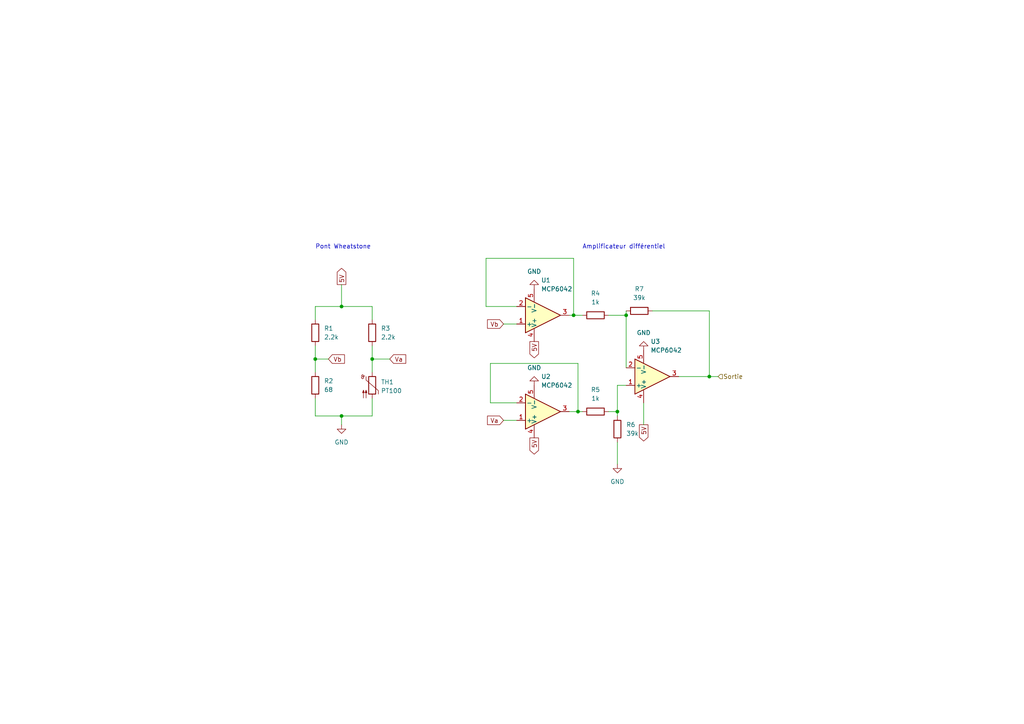
<source format=kicad_sch>
(kicad_sch (version 20211123) (generator eeschema)
  (paper "A4")
  (title_block (title "RTD PT100 - Circuit d'adaptation") (date "2022-04-05") (rev "1.0") (company "ÉTS - PFE HIVER 2022 - ELE795") (comment 1 "NASRI, Mahan") (comment 2 "CASTILLO-GONSALEZ, Eric") (comment 3 "CAUBEL, Olivier") (comment 4 "LAFRAMBOISE, Alexis"))
  (lib_symbols
    (symbol "Device:R" (pin_numbers hide) (pin_names (offset 0))
      (property "Reference" "R" (at 2.032 0 90))
      (property "Value" "R" (at 0 0 90))
      (symbol "R_0_1"
        (rectangle (start -1.016 -2.54) (end 1.016 2.54) (stroke (width 0.254)))
      )
      (symbol "R_1_1"
        (pin passive line (at 0 3.81 270) (length 1.27) (name "~") (number "1"))
        (pin passive line (at 0 -3.81 90) (length 1.27) (name "~") (number "2"))
      )
    )
    (symbol "Sensor_Temperature:PT100" (pin_numbers hide) (pin_names (offset 0))
      (property "Reference" "TH" (at -4.445 0 90))
      (property "Value" "PT100" (at 3.175 0 90))
      (symbol "PT100_0_1"
        (arc (start -3.048 2.159) (mid -3.0505 2.3165) (end -3.175 2.413))
        (arc (start -3.048 2.159) (mid -2.9736 1.9794) (end -2.794 1.905))
        (arc (start -3.048 2.794) (mid -2.9736 2.6144) (end -2.794 2.54))
        (arc (start -2.794 1.905) (mid -2.6144 1.9794) (end -2.54 2.159))
        (arc (start -2.794 2.54) (mid -2.434 2.5608) (end -2.159 2.794))
        (arc (start -2.794 3.048) (mid -2.9736 2.9736) (end -3.048 2.794))
        (arc (start -2.54 2.794) (mid -2.6144 2.9736) (end -2.794 3.048))
        (rectangle (start -1.016 2.54) (end 1.016 -2.54) (stroke (width 0.254)))
        (polyline (pts (xy -2.54 2.159) (xy -2.54 2.794)))
        (polyline (pts (xy -1.778 2.54) (xy -1.778 1.524) (xy 1.778 -1.524) (xy 1.778 -2.54)))
        (polyline (pts (xy -2.54 -3.683) (xy -2.54 -1.397) (xy -2.794 -2.159) (xy -2.286 -2.159) (xy -2.54 -1.397) (xy -2.54 -1.651)) (fill (type outline)))
        (polyline (pts (xy -1.778 -3.683) (xy -1.778 -1.397) (xy -2.032 -2.159) (xy -1.524 -2.159) (xy -1.778 -1.397) (xy -1.778 -1.651)) (fill (type outline)))
      )
      (symbol "PT100_1_1"
        (pin passive line (at 0 3.81 270) (length 1.27) (name "~") (number "1"))
        (pin passive line (at 0 -3.81 90) (length 1.27) (name "~") (number "2"))
      )
    )
    (symbol "power:GND" (power) (pin_names (offset 0))
      (property "Value" "GND" (at 0 -3.81 0))
      (symbol "GND_0_1"
        (polyline (pts (xy 0 0) (xy 0 -1.27) (xy 1.27 -1.27) (xy 0 -2.54) (xy -1.27 -1.27) (xy 0 -1.27)))
      )
      (symbol "GND_1_1"
        (pin power_in line (at 0 0 270) (length 0) hide (name "GND") (number "1"))
      )
    )
    (symbol "pspice:OPAMP" (pin_names (offset 0.254))
      (property "Reference" "U" (at 3.81 3.175 0))
      (property "Value" "OPAMP" (at 3.81 -3.175 0))
      (symbol "OPAMP_0_1"
        (polyline (pts (xy 5.08 0) (xy -5.08 5.08) (xy -5.08 -5.08) (xy 5.08 0)) (stroke (width 0.254)) (fill (type background)))
      )
      (symbol "OPAMP_1_1"
        (pin input line (at -7.62 2.54 0) (length 2.54) (name "+") (number "1"))
        (pin input line (at -7.62 -2.54 0) (length 2.54) (name "-") (number "2"))
        (pin output line (at 7.62 0 180) (length 2.54) (name "~") (number "3"))
        (pin power_in line (at -2.54 7.62 270) (length 3.81) (name "V+") (number "4"))
        (pin power_in line (at -2.54 -7.62 90) (length 3.81) (name "V-") (number "5"))
      )
    )
  )
  (junction (at 99.06 120.65))
  (junction (at 91.44 104.14))
  (junction (at 205.74 109.22))
  (junction (at 179.07 119.38))
  (junction (at 181.61 91.44))
  (junction (at 107.95 104.14))
  (junction (at 99.06 88.9))
  (junction (at 167.64 119.38))
  (junction (at 166.37 91.44))
  (wire (pts (xy 99.06 88.9) (xy 107.95 88.9)))
  (wire (pts (xy 176.53 119.38) (xy 179.07 119.38)))
  (wire (pts (xy 107.95 120.65) (xy 99.06 120.65)))
  (wire (pts (xy 91.44 88.9) (xy 91.44 92.71)))
  (wire (pts (xy 91.44 104.14) (xy 95.25 104.14)))
  (wire (pts (xy 179.07 111.76) (xy 181.61 111.76)))
  (wire (pts (xy 166.37 74.93) (xy 140.97 74.93)))
  (wire (pts (xy 179.07 111.76) (xy 179.07 119.38)))
  (wire (pts (xy 166.37 91.44) (xy 166.37 74.93)))
  (wire (pts (xy 140.97 74.93) (xy 140.97 88.9)))
  (wire (pts (xy 179.07 119.38) (xy 179.07 120.65)))
  (wire (pts (xy 142.24 105.41) (xy 142.24 116.84)))
  (wire (pts (xy 167.64 105.41) (xy 167.64 119.38)))
  (wire (pts (xy 146.05 121.92) (xy 149.86 121.92)))
  (wire (pts (xy 189.23 90.17) (xy 205.74 90.17)))
  (wire (pts (xy 107.95 104.14) (xy 107.95 107.95)))
  (wire (pts (xy 99.06 123.19) (xy 99.06 120.65)))
  (wire (pts (xy 146.05 93.98) (xy 149.86 93.98)))
  (wire (pts (xy 205.74 109.22) (xy 208.28 109.22)))
  (wire (pts (xy 181.61 90.17) (xy 181.61 91.44)))
  (wire (pts (xy 91.44 88.9) (xy 99.06 88.9)))
  (wire (pts (xy 91.44 115.57) (xy 91.44 120.65)))
  (wire (pts (xy 107.95 104.14) (xy 113.03 104.14)))
  (wire (pts (xy 99.06 82.55) (xy 99.06 88.9)))
  (wire (pts (xy 167.64 105.41) (xy 142.24 105.41)))
  (wire (pts (xy 107.95 88.9) (xy 107.95 92.71)))
  (wire (pts (xy 142.24 116.84) (xy 149.86 116.84)))
  (wire (pts (xy 205.74 90.17) (xy 205.74 109.22)))
  (wire (pts (xy 181.61 91.44) (xy 181.61 106.68)))
  (wire (pts (xy 176.53 91.44) (xy 181.61 91.44)))
  (wire (pts (xy 140.97 88.9) (xy 149.86 88.9)))
  (wire (pts (xy 186.69 123.19) (xy 186.69 116.84)))
  (wire (pts (xy 179.07 128.27) (xy 179.07 134.62)))
  (wire (pts (xy 166.37 91.44) (xy 168.91 91.44)))
  (wire (pts (xy 165.1 91.44) (xy 166.37 91.44)))
  (wire (pts (xy 99.06 120.65) (xy 91.44 120.65)))
  (wire (pts (xy 167.64 119.38) (xy 168.91 119.38)))
  (wire (pts (xy 107.95 115.57) (xy 107.95 120.65)))
  (wire (pts (xy 91.44 100.33) (xy 91.44 104.14)))
  (wire (pts (xy 205.74 109.22) (xy 196.85 109.22)))
  (wire (pts (xy 107.95 100.33) (xy 107.95 104.14)))
  (wire (pts (xy 167.64 119.38) (xy 165.1 119.38)))
  (wire (pts (xy 91.44 104.14) (xy 91.44 107.95)))
  (text "Pont Wheatstone" (at 91.44 72.39 0) (effects (font (size 1.27 1.27)) (justify left bottom)))
  (text "Amplificateur différentiel" (at 168.91 72.39 0) (effects (font (size 1.27 1.27)) (justify left bottom)))
  (global_label "Vb" (shape input) (at 95.25 104.14 0) (property "Intersheet References" "${INTERSHEET_REFS}" (effects hide)))
  (global_label "5V" (shape output) (at 154.94 127 270) (property "Intersheet References" "${INTERSHEET_REFS}" (effects hide)))
  (global_label "Va" (shape input) (at 113.03 104.14 0) (property "Intersheet References" "${INTERSHEET_REFS}" (effects hide)))
  (global_label "5V" (shape output) (at 186.69 123.19 270) (property "Intersheet References" "${INTERSHEET_REFS}" (effects hide)))
  (global_label "5V" (shape output) (at 154.94 99.06 270) (property "Intersheet References" "${INTERSHEET_REFS}" (effects hide)))
  (global_label "5V" (shape output) (at 99.06 82.55 90) (property "Intersheet References" "${INTERSHEET_REFS}" (effects hide)))
  (global_label "Va" (shape input) (at 146.05 121.92 180) (property "Intersheet References" "${INTERSHEET_REFS}" (effects hide)))
  (global_label "Vb" (shape input) (at 146.05 93.98 180) (property "Intersheet References" "${INTERSHEET_REFS}" (effects hide)))
  (hierarchical_label "Sortie" (shape input) (at 208.28 109.22 0))
  (symbol (lib_id "power:GND") (at 99.06 123.19 0) (unit 1)
    (property "Reference" "#PWR02" (effects hide))
    (property "Value" "GND" (at 99.06 128.27 0))
  )
  (symbol (lib_id "Device:R") (at 185.42 90.17 90) (unit 1)
    (property "Reference" "R7" (at 185.42 83.82 90))
    (property "Value" "39k" (at 185.42 86.36 90))
  )
  (symbol (lib_id "pspice:OPAMP") (at 157.48 119.38 0) (mirror x) (unit 1)
    (property "Reference" "U2" (at 156.9594 109.22 0) (effects (justify left)))
    (property "Value" "MCP6042" (at 156.9594 111.76 0) (effects (justify left)))
    (property "Spice_Primitive" "X" (effects hide))
    (property "Spice_Model" "MCP6041" (effects hide))
    (property "Spice_Netlist_Enabled" "Y" (effects hide))
    (property "Spice_Lib_File" "MCP604x/MCP6041.txt" (effects hide))
    (property "Spice_Node_Sequence" "1  2 4 5 3" (effects hide))
  )
  (symbol (lib_id "Device:R") (at 172.72 119.38 90) (unit 1)
    (property "Reference" "R5" (at 172.72 113.03 90))
    (property "Value" "1k" (at 172.72 115.57 90))
  )
  (symbol (lib_id "power:GND") (at 186.69 101.6 180) (unit 1)
    (property "Reference" "#PWR06" (effects hide))
    (property "Value" "GND" (at 186.69 96.52 0))
  )
  (symbol (lib_id "pspice:OPAMP") (at 157.48 91.44 0) (mirror x) (unit 1)
    (property "Reference" "U1" (at 156.9594 81.28 0) (effects (justify left)))
    (property "Value" "MCP6042" (at 156.9594 83.82 0) (effects (justify left)))
    (property "Spice_Primitive" "X" (effects hide))
    (property "Spice_Model" "MCP6041" (effects hide))
    (property "Spice_Netlist_Enabled" "Y" (effects hide))
    (property "Spice_Lib_File" "MCP604x/MCP6041.txt" (effects hide))
    (property "Spice_Node_Sequence" "1  2 4 5 3" (effects hide))
  )
  (symbol (lib_id "power:GND") (at 154.94 83.82 180) (unit 1)
    (property "Reference" "#PWR03" (effects hide))
    (property "Value" "GND" (at 154.94 78.74 0))
  )
  (symbol (lib_id "Device:R") (at 172.72 91.44 90) (unit 1)
    (property "Reference" "R4" (at 172.72 85.09 90))
    (property "Value" "1k" (at 172.72 87.63 90))
  )
  (symbol (lib_id "Device:R") (at 91.44 111.76 0) (unit 1)
    (property "Reference" "R2" (at 93.98 110.4899 0) (effects (justify left)))
    (property "Value" "68" (at 93.98 113.0299 0) (effects (justify left)))
  )
  (symbol (lib_id "Device:R") (at 91.44 96.52 0) (unit 1)
    (property "Reference" "R1" (at 93.98 95.2499 0) (effects (justify left)))
    (property "Value" "2.2k" (at 93.98 97.7899 0) (effects (justify left)))
  )
  (symbol (lib_id "pspice:OPAMP") (at 189.23 109.22 0) (mirror x) (unit 1)
    (property "Reference" "U3" (at 188.7094 99.06 0) (effects (justify left)))
    (property "Value" "MCP6042" (at 188.7094 101.6 0) (effects (justify left)))
    (property "Spice_Primitive" "X" (effects hide))
    (property "Spice_Model" "MCP6041" (effects hide))
    (property "Spice_Netlist_Enabled" "Y" (effects hide))
    (property "Spice_Lib_File" "MCP604x/MCP6041.txt" (effects hide))
    (property "Spice_Node_Sequence" "1  2 4 5 3" (effects hide))
  )
  (symbol (lib_id "power:GND") (at 179.07 134.62 0) (unit 1)
    (property "Reference" "#PWR05" (effects hide))
    (property "Value" "GND" (at 179.07 139.7 0))
  )
  (symbol (lib_id "power:GND") (at 154.94 111.76 180) (unit 1)
    (property "Reference" "#PWR04" (effects hide))
    (property "Value" "GND" (at 154.94 106.68 0))
  )
  (symbol (lib_id "Device:R") (at 179.07 124.46 180) (unit 1)
    (property "Reference" "R6" (at 181.61 123.1899 0) (effects (justify right)))
    (property "Value" "39k" (at 181.61 125.7299 0) (effects (justify right)))
  )
  (symbol (lib_id "Device:R") (at 107.95 96.52 0) (unit 1)
    (property "Reference" "R3" (at 110.49 95.2499 0) (effects (justify left)))
    (property "Value" "2.2k" (at 110.49 97.7899 0) (effects (justify left)))
  )
  (symbol (lib_id "Sensor_Temperature:PT100") (at 107.95 111.76 0) (unit 1)
    (property "Reference" "TH1" (at 110.49 110.8074 0) (effects (justify left)))
    (property "Value" "PT100" (at 110.49 113.3474 0) (effects (justify left)))
    (property "Datasheet" "https://www.heraeus.com/media/media/group/doc_group/products_1/hst/sot_to/de_15/to_92_d.pdf" (effects hide))
  )
)
</source>
